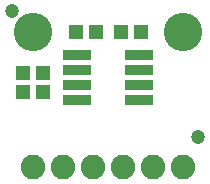
<source format=gbr>
G04 EAGLE Gerber RS-274X export*
G75*
%MOMM*%
%FSLAX34Y34*%
%LPD*%
%INSoldermask Top*%
%IPPOS*%
%AMOC8*
5,1,8,0,0,1.08239X$1,22.5*%
G01*
%ADD10C,3.251200*%
%ADD11R,2.413000X0.812800*%
%ADD12R,1.303200X1.203200*%
%ADD13C,2.082800*%
%ADD14C,1.203200*%


D10*
X25400Y127000D03*
X152400Y127000D03*
D11*
X62738Y107950D03*
X62738Y95250D03*
X62738Y82550D03*
X62738Y69850D03*
X115062Y69850D03*
X115062Y82550D03*
X115062Y95250D03*
X115062Y107950D03*
D12*
X61350Y127000D03*
X78350Y127000D03*
X116450Y127000D03*
X99450Y127000D03*
X33900Y92710D03*
X16900Y92710D03*
X33900Y76200D03*
X16900Y76200D03*
D13*
X25400Y12700D03*
X50800Y12700D03*
X76200Y12700D03*
X101600Y12700D03*
X127000Y12700D03*
X152400Y12700D03*
D14*
X7620Y144780D03*
X165100Y38100D03*
M02*

</source>
